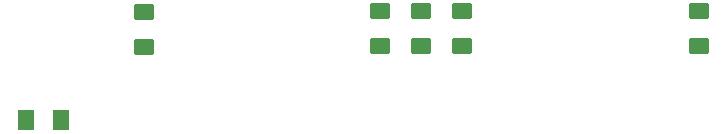
<source format=gbr>
%TF.GenerationSoftware,KiCad,Pcbnew,9.0.3*%
%TF.CreationDate,2025-10-02T05:42:33-04:00*%
%TF.ProjectId,Spii_v3,53706969-5f76-4332-9e6b-696361645f70,rev?*%
%TF.SameCoordinates,Original*%
%TF.FileFunction,Paste,Top*%
%TF.FilePolarity,Positive*%
%FSLAX46Y46*%
G04 Gerber Fmt 4.6, Leading zero omitted, Abs format (unit mm)*
G04 Created by KiCad (PCBNEW 9.0.3) date 2025-10-02 05:42:33*
%MOMM*%
%LPD*%
G01*
G04 APERTURE LIST*
G04 Aperture macros list*
%AMRoundRect*
0 Rectangle with rounded corners*
0 $1 Rounding radius*
0 $2 $3 $4 $5 $6 $7 $8 $9 X,Y pos of 4 corners*
0 Add a 4 corners polygon primitive as box body*
4,1,4,$2,$3,$4,$5,$6,$7,$8,$9,$2,$3,0*
0 Add four circle primitives for the rounded corners*
1,1,$1+$1,$2,$3*
1,1,$1+$1,$4,$5*
1,1,$1+$1,$6,$7*
1,1,$1+$1,$8,$9*
0 Add four rect primitives between the rounded corners*
20,1,$1+$1,$2,$3,$4,$5,0*
20,1,$1+$1,$4,$5,$6,$7,0*
20,1,$1+$1,$6,$7,$8,$9,0*
20,1,$1+$1,$8,$9,$2,$3,0*%
G04 Aperture macros list end*
%ADD10RoundRect,0.250001X-0.462499X-0.624999X0.462499X-0.624999X0.462499X0.624999X-0.462499X0.624999X0*%
%ADD11RoundRect,0.250001X0.624999X-0.462499X0.624999X0.462499X-0.624999X0.462499X-0.624999X-0.462499X0*%
G04 APERTURE END LIST*
D10*
%TO.C,-       +*%
X149500000Y-129750000D03*
X146525000Y-129750000D03*
%TD*%
D11*
%TO.C,-       +*%
X203500000Y-123487500D03*
X203500000Y-120512500D03*
%TD*%
%TO.C,-       +*%
X176500000Y-123487500D03*
X176500000Y-120512500D03*
%TD*%
%TO.C,-+*%
X156500000Y-123500000D03*
X156500000Y-120525000D03*
%TD*%
%TO.C,-       +*%
X183500000Y-123487500D03*
X183500000Y-120512500D03*
%TD*%
%TO.C,-       +*%
X180000000Y-123487500D03*
X180000000Y-120512500D03*
%TD*%
M02*

</source>
